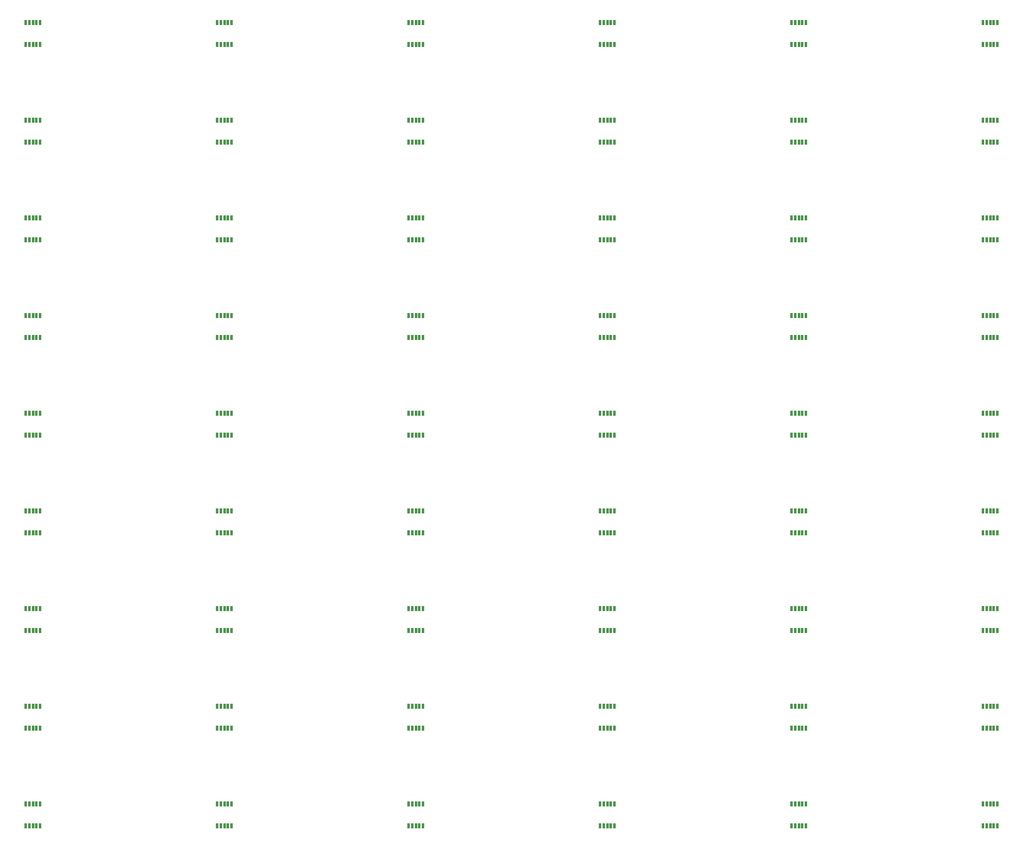
<source format=gbp>
G04 EAGLE Gerber RS-274X export*
G75*
%MOMM*%
%FSLAX34Y34*%
%LPD*%
%INSolderpaste Bottom*%
%IPPOS*%
%AMOC8*
5,1,8,0,0,1.08239X$1,22.5*%
G01*
%ADD10R,0.300000X0.765000*%


D10*
X127000Y67825D03*
X132000Y67825D03*
X137000Y67825D03*
X122000Y67825D03*
X117000Y67825D03*
X127000Y97275D03*
X122000Y97275D03*
X117000Y97275D03*
X132000Y97275D03*
X137000Y97275D03*
X386080Y67825D03*
X391080Y67825D03*
X396080Y67825D03*
X381080Y67825D03*
X376080Y67825D03*
X386080Y97275D03*
X381080Y97275D03*
X376080Y97275D03*
X391080Y97275D03*
X396080Y97275D03*
X645160Y67825D03*
X650160Y67825D03*
X655160Y67825D03*
X640160Y67825D03*
X635160Y67825D03*
X645160Y97275D03*
X640160Y97275D03*
X635160Y97275D03*
X650160Y97275D03*
X655160Y97275D03*
X904240Y67825D03*
X909240Y67825D03*
X914240Y67825D03*
X899240Y67825D03*
X894240Y67825D03*
X904240Y97275D03*
X899240Y97275D03*
X894240Y97275D03*
X909240Y97275D03*
X914240Y97275D03*
X1163320Y67825D03*
X1168320Y67825D03*
X1173320Y67825D03*
X1158320Y67825D03*
X1153320Y67825D03*
X1163320Y97275D03*
X1158320Y97275D03*
X1153320Y97275D03*
X1168320Y97275D03*
X1173320Y97275D03*
X1422400Y67825D03*
X1427400Y67825D03*
X1432400Y67825D03*
X1417400Y67825D03*
X1412400Y67825D03*
X1422400Y97275D03*
X1417400Y97275D03*
X1412400Y97275D03*
X1427400Y97275D03*
X1432400Y97275D03*
X127000Y199905D03*
X132000Y199905D03*
X137000Y199905D03*
X122000Y199905D03*
X117000Y199905D03*
X127000Y229355D03*
X122000Y229355D03*
X117000Y229355D03*
X132000Y229355D03*
X137000Y229355D03*
X386080Y199905D03*
X391080Y199905D03*
X396080Y199905D03*
X381080Y199905D03*
X376080Y199905D03*
X386080Y229355D03*
X381080Y229355D03*
X376080Y229355D03*
X391080Y229355D03*
X396080Y229355D03*
X645160Y199905D03*
X650160Y199905D03*
X655160Y199905D03*
X640160Y199905D03*
X635160Y199905D03*
X645160Y229355D03*
X640160Y229355D03*
X635160Y229355D03*
X650160Y229355D03*
X655160Y229355D03*
X904240Y199905D03*
X909240Y199905D03*
X914240Y199905D03*
X899240Y199905D03*
X894240Y199905D03*
X904240Y229355D03*
X899240Y229355D03*
X894240Y229355D03*
X909240Y229355D03*
X914240Y229355D03*
X1163320Y199905D03*
X1168320Y199905D03*
X1173320Y199905D03*
X1158320Y199905D03*
X1153320Y199905D03*
X1163320Y229355D03*
X1158320Y229355D03*
X1153320Y229355D03*
X1168320Y229355D03*
X1173320Y229355D03*
X1422400Y199905D03*
X1427400Y199905D03*
X1432400Y199905D03*
X1417400Y199905D03*
X1412400Y199905D03*
X1422400Y229355D03*
X1417400Y229355D03*
X1412400Y229355D03*
X1427400Y229355D03*
X1432400Y229355D03*
X127000Y331985D03*
X132000Y331985D03*
X137000Y331985D03*
X122000Y331985D03*
X117000Y331985D03*
X127000Y361435D03*
X122000Y361435D03*
X117000Y361435D03*
X132000Y361435D03*
X137000Y361435D03*
X386080Y331985D03*
X391080Y331985D03*
X396080Y331985D03*
X381080Y331985D03*
X376080Y331985D03*
X386080Y361435D03*
X381080Y361435D03*
X376080Y361435D03*
X391080Y361435D03*
X396080Y361435D03*
X645160Y331985D03*
X650160Y331985D03*
X655160Y331985D03*
X640160Y331985D03*
X635160Y331985D03*
X645160Y361435D03*
X640160Y361435D03*
X635160Y361435D03*
X650160Y361435D03*
X655160Y361435D03*
X904240Y331985D03*
X909240Y331985D03*
X914240Y331985D03*
X899240Y331985D03*
X894240Y331985D03*
X904240Y361435D03*
X899240Y361435D03*
X894240Y361435D03*
X909240Y361435D03*
X914240Y361435D03*
X1163320Y331985D03*
X1168320Y331985D03*
X1173320Y331985D03*
X1158320Y331985D03*
X1153320Y331985D03*
X1163320Y361435D03*
X1158320Y361435D03*
X1153320Y361435D03*
X1168320Y361435D03*
X1173320Y361435D03*
X1422400Y331985D03*
X1427400Y331985D03*
X1432400Y331985D03*
X1417400Y331985D03*
X1412400Y331985D03*
X1422400Y361435D03*
X1417400Y361435D03*
X1412400Y361435D03*
X1427400Y361435D03*
X1432400Y361435D03*
X127000Y464065D03*
X132000Y464065D03*
X137000Y464065D03*
X122000Y464065D03*
X117000Y464065D03*
X127000Y493515D03*
X122000Y493515D03*
X117000Y493515D03*
X132000Y493515D03*
X137000Y493515D03*
X386080Y464065D03*
X391080Y464065D03*
X396080Y464065D03*
X381080Y464065D03*
X376080Y464065D03*
X386080Y493515D03*
X381080Y493515D03*
X376080Y493515D03*
X391080Y493515D03*
X396080Y493515D03*
X645160Y464065D03*
X650160Y464065D03*
X655160Y464065D03*
X640160Y464065D03*
X635160Y464065D03*
X645160Y493515D03*
X640160Y493515D03*
X635160Y493515D03*
X650160Y493515D03*
X655160Y493515D03*
X904240Y464065D03*
X909240Y464065D03*
X914240Y464065D03*
X899240Y464065D03*
X894240Y464065D03*
X904240Y493515D03*
X899240Y493515D03*
X894240Y493515D03*
X909240Y493515D03*
X914240Y493515D03*
X1163320Y464065D03*
X1168320Y464065D03*
X1173320Y464065D03*
X1158320Y464065D03*
X1153320Y464065D03*
X1163320Y493515D03*
X1158320Y493515D03*
X1153320Y493515D03*
X1168320Y493515D03*
X1173320Y493515D03*
X1422400Y464065D03*
X1427400Y464065D03*
X1432400Y464065D03*
X1417400Y464065D03*
X1412400Y464065D03*
X1422400Y493515D03*
X1417400Y493515D03*
X1412400Y493515D03*
X1427400Y493515D03*
X1432400Y493515D03*
X127000Y596145D03*
X132000Y596145D03*
X137000Y596145D03*
X122000Y596145D03*
X117000Y596145D03*
X127000Y625595D03*
X122000Y625595D03*
X117000Y625595D03*
X132000Y625595D03*
X137000Y625595D03*
X386080Y596145D03*
X391080Y596145D03*
X396080Y596145D03*
X381080Y596145D03*
X376080Y596145D03*
X386080Y625595D03*
X381080Y625595D03*
X376080Y625595D03*
X391080Y625595D03*
X396080Y625595D03*
X645160Y596145D03*
X650160Y596145D03*
X655160Y596145D03*
X640160Y596145D03*
X635160Y596145D03*
X645160Y625595D03*
X640160Y625595D03*
X635160Y625595D03*
X650160Y625595D03*
X655160Y625595D03*
X904240Y596145D03*
X909240Y596145D03*
X914240Y596145D03*
X899240Y596145D03*
X894240Y596145D03*
X904240Y625595D03*
X899240Y625595D03*
X894240Y625595D03*
X909240Y625595D03*
X914240Y625595D03*
X1163320Y596145D03*
X1168320Y596145D03*
X1173320Y596145D03*
X1158320Y596145D03*
X1153320Y596145D03*
X1163320Y625595D03*
X1158320Y625595D03*
X1153320Y625595D03*
X1168320Y625595D03*
X1173320Y625595D03*
X1422400Y596145D03*
X1427400Y596145D03*
X1432400Y596145D03*
X1417400Y596145D03*
X1412400Y596145D03*
X1422400Y625595D03*
X1417400Y625595D03*
X1412400Y625595D03*
X1427400Y625595D03*
X1432400Y625595D03*
X127000Y728225D03*
X132000Y728225D03*
X137000Y728225D03*
X122000Y728225D03*
X117000Y728225D03*
X127000Y757675D03*
X122000Y757675D03*
X117000Y757675D03*
X132000Y757675D03*
X137000Y757675D03*
X386080Y728225D03*
X391080Y728225D03*
X396080Y728225D03*
X381080Y728225D03*
X376080Y728225D03*
X386080Y757675D03*
X381080Y757675D03*
X376080Y757675D03*
X391080Y757675D03*
X396080Y757675D03*
X645160Y728225D03*
X650160Y728225D03*
X655160Y728225D03*
X640160Y728225D03*
X635160Y728225D03*
X645160Y757675D03*
X640160Y757675D03*
X635160Y757675D03*
X650160Y757675D03*
X655160Y757675D03*
X904240Y728225D03*
X909240Y728225D03*
X914240Y728225D03*
X899240Y728225D03*
X894240Y728225D03*
X904240Y757675D03*
X899240Y757675D03*
X894240Y757675D03*
X909240Y757675D03*
X914240Y757675D03*
X1163320Y728225D03*
X1168320Y728225D03*
X1173320Y728225D03*
X1158320Y728225D03*
X1153320Y728225D03*
X1163320Y757675D03*
X1158320Y757675D03*
X1153320Y757675D03*
X1168320Y757675D03*
X1173320Y757675D03*
X1422400Y728225D03*
X1427400Y728225D03*
X1432400Y728225D03*
X1417400Y728225D03*
X1412400Y728225D03*
X1422400Y757675D03*
X1417400Y757675D03*
X1412400Y757675D03*
X1427400Y757675D03*
X1432400Y757675D03*
X127000Y860305D03*
X132000Y860305D03*
X137000Y860305D03*
X122000Y860305D03*
X117000Y860305D03*
X127000Y889755D03*
X122000Y889755D03*
X117000Y889755D03*
X132000Y889755D03*
X137000Y889755D03*
X386080Y860305D03*
X391080Y860305D03*
X396080Y860305D03*
X381080Y860305D03*
X376080Y860305D03*
X386080Y889755D03*
X381080Y889755D03*
X376080Y889755D03*
X391080Y889755D03*
X396080Y889755D03*
X645160Y860305D03*
X650160Y860305D03*
X655160Y860305D03*
X640160Y860305D03*
X635160Y860305D03*
X645160Y889755D03*
X640160Y889755D03*
X635160Y889755D03*
X650160Y889755D03*
X655160Y889755D03*
X904240Y860305D03*
X909240Y860305D03*
X914240Y860305D03*
X899240Y860305D03*
X894240Y860305D03*
X904240Y889755D03*
X899240Y889755D03*
X894240Y889755D03*
X909240Y889755D03*
X914240Y889755D03*
X1163320Y860305D03*
X1168320Y860305D03*
X1173320Y860305D03*
X1158320Y860305D03*
X1153320Y860305D03*
X1163320Y889755D03*
X1158320Y889755D03*
X1153320Y889755D03*
X1168320Y889755D03*
X1173320Y889755D03*
X1422400Y860305D03*
X1427400Y860305D03*
X1432400Y860305D03*
X1417400Y860305D03*
X1412400Y860305D03*
X1422400Y889755D03*
X1417400Y889755D03*
X1412400Y889755D03*
X1427400Y889755D03*
X1432400Y889755D03*
X127000Y992385D03*
X132000Y992385D03*
X137000Y992385D03*
X122000Y992385D03*
X117000Y992385D03*
X127000Y1021835D03*
X122000Y1021835D03*
X117000Y1021835D03*
X132000Y1021835D03*
X137000Y1021835D03*
X386080Y992385D03*
X391080Y992385D03*
X396080Y992385D03*
X381080Y992385D03*
X376080Y992385D03*
X386080Y1021835D03*
X381080Y1021835D03*
X376080Y1021835D03*
X391080Y1021835D03*
X396080Y1021835D03*
X645160Y992385D03*
X650160Y992385D03*
X655160Y992385D03*
X640160Y992385D03*
X635160Y992385D03*
X645160Y1021835D03*
X640160Y1021835D03*
X635160Y1021835D03*
X650160Y1021835D03*
X655160Y1021835D03*
X904240Y992385D03*
X909240Y992385D03*
X914240Y992385D03*
X899240Y992385D03*
X894240Y992385D03*
X904240Y1021835D03*
X899240Y1021835D03*
X894240Y1021835D03*
X909240Y1021835D03*
X914240Y1021835D03*
X1163320Y992385D03*
X1168320Y992385D03*
X1173320Y992385D03*
X1158320Y992385D03*
X1153320Y992385D03*
X1163320Y1021835D03*
X1158320Y1021835D03*
X1153320Y1021835D03*
X1168320Y1021835D03*
X1173320Y1021835D03*
X1422400Y992385D03*
X1427400Y992385D03*
X1432400Y992385D03*
X1417400Y992385D03*
X1412400Y992385D03*
X1422400Y1021835D03*
X1417400Y1021835D03*
X1412400Y1021835D03*
X1427400Y1021835D03*
X1432400Y1021835D03*
X127000Y1124465D03*
X132000Y1124465D03*
X137000Y1124465D03*
X122000Y1124465D03*
X117000Y1124465D03*
X127000Y1153915D03*
X122000Y1153915D03*
X117000Y1153915D03*
X132000Y1153915D03*
X137000Y1153915D03*
X386080Y1124465D03*
X391080Y1124465D03*
X396080Y1124465D03*
X381080Y1124465D03*
X376080Y1124465D03*
X386080Y1153915D03*
X381080Y1153915D03*
X376080Y1153915D03*
X391080Y1153915D03*
X396080Y1153915D03*
X645160Y1124465D03*
X650160Y1124465D03*
X655160Y1124465D03*
X640160Y1124465D03*
X635160Y1124465D03*
X645160Y1153915D03*
X640160Y1153915D03*
X635160Y1153915D03*
X650160Y1153915D03*
X655160Y1153915D03*
X904240Y1124465D03*
X909240Y1124465D03*
X914240Y1124465D03*
X899240Y1124465D03*
X894240Y1124465D03*
X904240Y1153915D03*
X899240Y1153915D03*
X894240Y1153915D03*
X909240Y1153915D03*
X914240Y1153915D03*
X1163320Y1124465D03*
X1168320Y1124465D03*
X1173320Y1124465D03*
X1158320Y1124465D03*
X1153320Y1124465D03*
X1163320Y1153915D03*
X1158320Y1153915D03*
X1153320Y1153915D03*
X1168320Y1153915D03*
X1173320Y1153915D03*
X1422400Y1124465D03*
X1427400Y1124465D03*
X1432400Y1124465D03*
X1417400Y1124465D03*
X1412400Y1124465D03*
X1422400Y1153915D03*
X1417400Y1153915D03*
X1412400Y1153915D03*
X1427400Y1153915D03*
X1432400Y1153915D03*
M02*

</source>
